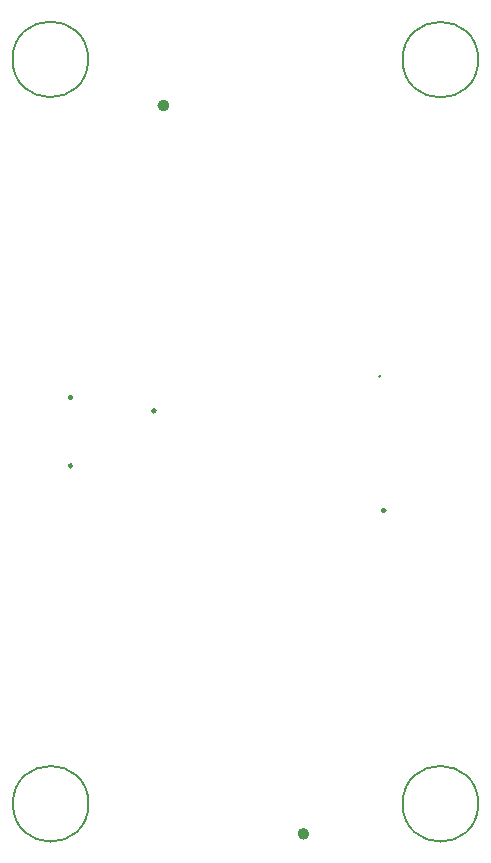
<source format=gbr>
%TF.GenerationSoftware,KiCad,Pcbnew,8.0.6*%
%TF.CreationDate,2025-01-30T17:26:38+11:00*%
%TF.ProjectId,ESP32-DWM1000-local,45535033-322d-4445-974d-313030302d6c,rev?*%
%TF.SameCoordinates,Original*%
%TF.FileFunction,Other,Comment*%
%FSLAX46Y46*%
G04 Gerber Fmt 4.6, Leading zero omitted, Abs format (unit mm)*
G04 Created by KiCad (PCBNEW 8.0.6) date 2025-01-30 17:26:38*
%MOMM*%
%LPD*%
G01*
G04 APERTURE LIST*
%ADD10C,0.250000*%
%ADD11C,0.500000*%
%ADD12C,0.150000*%
G04 APERTURE END LIST*
D10*
%TO.C,USB1*%
X115300000Y-117110000D02*
G75*
G02*
X115060000Y-117110000I-120000J0D01*
G01*
X115060000Y-117110000D02*
G75*
G02*
X115300000Y-117110000I120000J0D01*
G01*
X115300000Y-122890000D02*
G75*
G02*
X115060000Y-122890000I-120000J0D01*
G01*
X115060000Y-122890000D02*
G75*
G02*
X115300000Y-122890000I120000J0D01*
G01*
D11*
%TO.C,U2*%
X123298000Y-92381500D02*
G75*
G02*
X122798000Y-92381500I-250000J0D01*
G01*
X122798000Y-92381500D02*
G75*
G02*
X123298000Y-92381500I250000J0D01*
G01*
D12*
%TO.C,H1*%
X149700000Y-88500000D02*
G75*
G02*
X143300000Y-88500000I-3200000J0D01*
G01*
X143300000Y-88500000D02*
G75*
G02*
X149700000Y-88500000I3200000J0D01*
G01*
%TO.C,U6*%
X141428000Y-115314000D02*
G75*
G02*
X141288000Y-115314000I-70000J0D01*
G01*
X141288000Y-115314000D02*
G75*
G02*
X141428000Y-115314000I70000J0D01*
G01*
%TO.C,H3*%
X149700000Y-151500000D02*
G75*
G02*
X143300000Y-151500000I-3200000J0D01*
G01*
X143300000Y-151500000D02*
G75*
G02*
X149700000Y-151500000I3200000J0D01*
G01*
D10*
%TO.C,U5*%
X141824000Y-126668000D02*
G75*
G02*
X141564000Y-126668000I-130000J0D01*
G01*
X141564000Y-126668000D02*
G75*
G02*
X141824000Y-126668000I130000J0D01*
G01*
D12*
%TO.C,H2*%
X116674873Y-88474873D02*
G75*
G02*
X110274873Y-88474873I-3200000J0D01*
G01*
X110274873Y-88474873D02*
G75*
G02*
X116674873Y-88474873I3200000J0D01*
G01*
%TO.C,H4*%
X116700000Y-151500000D02*
G75*
G02*
X110300000Y-151500000I-3200000J0D01*
G01*
X110300000Y-151500000D02*
G75*
G02*
X116700000Y-151500000I3200000J0D01*
G01*
D10*
%TO.C,U3*%
X122360000Y-118240000D02*
G75*
G02*
X122100000Y-118240000I-130000J0D01*
G01*
X122100000Y-118240000D02*
G75*
G02*
X122360000Y-118240000I130000J0D01*
G01*
D11*
%TO.C,U1*%
X135147500Y-154040000D02*
G75*
G02*
X134647500Y-154040000I-250000J0D01*
G01*
X134647500Y-154040000D02*
G75*
G02*
X135147500Y-154040000I250000J0D01*
G01*
%TD*%
M02*

</source>
